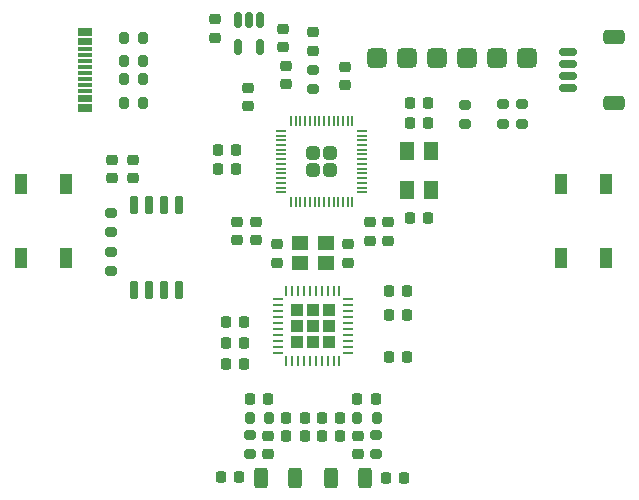
<source format=gtp>
G04 #@! TF.GenerationSoftware,KiCad,Pcbnew,7.0.1-0*
G04 #@! TF.CreationDate,2023-05-11T23:17:20+02:00*
G04 #@! TF.ProjectId,nfc_reader,6e66635f-7265-4616-9465-722e6b696361,1.0*
G04 #@! TF.SameCoordinates,PX354a940PY3072580*
G04 #@! TF.FileFunction,Paste,Top*
G04 #@! TF.FilePolarity,Positive*
%FSLAX46Y46*%
G04 Gerber Fmt 4.6, Leading zero omitted, Abs format (unit mm)*
G04 Created by KiCad (PCBNEW 7.0.1-0) date 2023-05-11 23:17:20*
%MOMM*%
%LPD*%
G01*
G04 APERTURE LIST*
G04 Aperture macros list*
%AMRoundRect*
0 Rectangle with rounded corners*
0 $1 Rounding radius*
0 $2 $3 $4 $5 $6 $7 $8 $9 X,Y pos of 4 corners*
0 Add a 4 corners polygon primitive as box body*
4,1,4,$2,$3,$4,$5,$6,$7,$8,$9,$2,$3,0*
0 Add four circle primitives for the rounded corners*
1,1,$1+$1,$2,$3*
1,1,$1+$1,$4,$5*
1,1,$1+$1,$6,$7*
1,1,$1+$1,$8,$9*
0 Add four rect primitives between the rounded corners*
20,1,$1+$1,$2,$3,$4,$5,0*
20,1,$1+$1,$4,$5,$6,$7,0*
20,1,$1+$1,$6,$7,$8,$9,0*
20,1,$1+$1,$8,$9,$2,$3,0*%
G04 Aperture macros list end*
%ADD10RoundRect,0.200000X0.275000X-0.200000X0.275000X0.200000X-0.275000X0.200000X-0.275000X-0.200000X0*%
%ADD11R,1.400000X1.200000*%
%ADD12RoundRect,0.218750X0.218750X0.256250X-0.218750X0.256250X-0.218750X-0.256250X0.218750X-0.256250X0*%
%ADD13RoundRect,0.225000X0.250000X-0.225000X0.250000X0.225000X-0.250000X0.225000X-0.250000X-0.225000X0*%
%ADD14RoundRect,0.225000X0.225000X0.250000X-0.225000X0.250000X-0.225000X-0.250000X0.225000X-0.250000X0*%
%ADD15RoundRect,0.225000X-0.250000X0.225000X-0.250000X-0.225000X0.250000X-0.225000X0.250000X0.225000X0*%
%ADD16RoundRect,0.200000X0.200000X0.275000X-0.200000X0.275000X-0.200000X-0.275000X0.200000X-0.275000X0*%
%ADD17RoundRect,0.250000X0.312500X0.625000X-0.312500X0.625000X-0.312500X-0.625000X0.312500X-0.625000X0*%
%ADD18RoundRect,0.425000X0.425000X-0.425000X0.425000X0.425000X-0.425000X0.425000X-0.425000X-0.425000X0*%
%ADD19RoundRect,0.225000X-0.225000X-0.250000X0.225000X-0.250000X0.225000X0.250000X-0.225000X0.250000X0*%
%ADD20R,1.300000X1.600000*%
%ADD21RoundRect,0.150000X0.625000X-0.150000X0.625000X0.150000X-0.625000X0.150000X-0.625000X-0.150000X0*%
%ADD22RoundRect,0.250000X0.650000X-0.350000X0.650000X0.350000X-0.650000X0.350000X-0.650000X-0.350000X0*%
%ADD23R,1.150000X0.300000*%
%ADD24RoundRect,0.200000X-0.200000X-0.275000X0.200000X-0.275000X0.200000X0.275000X-0.200000X0.275000X0*%
%ADD25R,1.000000X1.700000*%
%ADD26RoundRect,0.200000X-0.275000X0.200000X-0.275000X-0.200000X0.275000X-0.200000X0.275000X0.200000X0*%
%ADD27RoundRect,0.218750X-0.256250X0.218750X-0.256250X-0.218750X0.256250X-0.218750X0.256250X0.218750X0*%
%ADD28RoundRect,0.250000X0.315000X-0.315000X0.315000X0.315000X-0.315000X0.315000X-0.315000X-0.315000X0*%
%ADD29O,0.200000X0.875000*%
%ADD30O,0.875000X0.200000*%
%ADD31RoundRect,0.150000X-0.150000X0.512500X-0.150000X-0.512500X0.150000X-0.512500X0.150000X0.512500X0*%
%ADD32RoundRect,0.250000X-0.300000X-0.300000X0.300000X-0.300000X0.300000X0.300000X-0.300000X0.300000X0*%
%ADD33RoundRect,0.062500X-0.375000X-0.062500X0.375000X-0.062500X0.375000X0.062500X-0.375000X0.062500X0*%
%ADD34RoundRect,0.062500X-0.062500X-0.375000X0.062500X-0.375000X0.062500X0.375000X-0.062500X0.375000X0*%
%ADD35RoundRect,0.150000X0.150000X-0.650000X0.150000X0.650000X-0.150000X0.650000X-0.150000X-0.650000X0*%
%ADD36RoundRect,0.218750X-0.218750X-0.256250X0.218750X-0.256250X0.218750X0.256250X-0.218750X0.256250X0*%
%ADD37RoundRect,0.250000X-0.312500X-0.625000X0.312500X-0.625000X0.312500X0.625000X-0.312500X0.625000X0*%
G04 APERTURE END LIST*
D10*
G04 #@! TO.C,R2*
X44687500Y-17425000D03*
X44687500Y-15775000D03*
G04 #@! TD*
D11*
G04 #@! TO.C,Y2*
X28087500Y-27550000D03*
X25887500Y-27550000D03*
X25887500Y-29250000D03*
X28087500Y-29250000D03*
G04 #@! TD*
D12*
G04 #@! TO.C,L2*
X26300000Y-42300000D03*
X24725000Y-42300000D03*
G04 #@! TD*
D13*
G04 #@! TO.C,C10*
X29687500Y-14150000D03*
X29687500Y-12600000D03*
G04 #@! TD*
D14*
G04 #@! TO.C,C27*
X29287500Y-43850000D03*
X27737500Y-43850000D03*
G04 #@! TD*
D15*
G04 #@! TO.C,C8*
X22187500Y-25725000D03*
X22187500Y-27275000D03*
G04 #@! TD*
D13*
G04 #@! TO.C,C12*
X21487500Y-15950000D03*
X21487500Y-14400000D03*
G04 #@! TD*
D14*
G04 #@! TO.C,C14*
X20462500Y-21275000D03*
X18912500Y-21275000D03*
G04 #@! TD*
D13*
G04 #@! TO.C,C23*
X23987500Y-29175000D03*
X23987500Y-27625000D03*
G04 #@! TD*
D16*
G04 #@! TO.C,R3*
X32387500Y-42300000D03*
X30737500Y-42300000D03*
G04 #@! TD*
D15*
G04 #@! TO.C,C11*
X33387500Y-25775000D03*
X33387500Y-27325000D03*
G04 #@! TD*
D17*
G04 #@! TO.C,R15*
X31412500Y-47400000D03*
X28487500Y-47400000D03*
G04 #@! TD*
D13*
G04 #@! TO.C,C3*
X24487500Y-10950000D03*
X24487500Y-9400000D03*
G04 #@! TD*
D14*
G04 #@! TO.C,C28*
X26287500Y-43850000D03*
X24737500Y-43850000D03*
G04 #@! TD*
D18*
G04 #@! TO.C,J3*
X32427500Y-11850000D03*
X34967500Y-11850000D03*
X37507500Y-11850000D03*
X40047500Y-11850000D03*
X42587500Y-11850000D03*
X45127500Y-11850000D03*
G04 #@! TD*
D19*
G04 #@! TO.C,C29*
X33162500Y-47400000D03*
X34712500Y-47400000D03*
G04 #@! TD*
D15*
G04 #@! TO.C,C5*
X31787500Y-25775000D03*
X31787500Y-27325000D03*
G04 #@! TD*
D10*
G04 #@! TO.C,R1*
X43087500Y-17425000D03*
X43087500Y-15775000D03*
G04 #@! TD*
D20*
G04 #@! TO.C,Y1*
X34987500Y-19725000D03*
X34987500Y-23025000D03*
X36987500Y-23025000D03*
X36987500Y-19725000D03*
G04 #@! TD*
D15*
G04 #@! TO.C,C9*
X20587500Y-25725000D03*
X20587500Y-27275000D03*
G04 #@! TD*
D21*
G04 #@! TO.C,J2*
X48587500Y-14375000D03*
X48587500Y-13375000D03*
X48587500Y-12375000D03*
X48587500Y-11375000D03*
D22*
X52462500Y-15675000D03*
X52462500Y-10075000D03*
G04 #@! TD*
D14*
G04 #@! TO.C,C19*
X21162500Y-36000000D03*
X19612500Y-36000000D03*
G04 #@! TD*
D13*
G04 #@! TO.C,C17*
X9987500Y-22050000D03*
X9987500Y-20500000D03*
G04 #@! TD*
D16*
G04 #@! TO.C,R7*
X12612500Y-10175000D03*
X10962500Y-10175000D03*
G04 #@! TD*
G04 #@! TO.C,R8*
X12612500Y-15675000D03*
X10962500Y-15675000D03*
G04 #@! TD*
D14*
G04 #@! TO.C,C2*
X21162500Y-37750000D03*
X19612500Y-37750000D03*
G04 #@! TD*
D15*
G04 #@! TO.C,C31*
X30812500Y-43825000D03*
X30812500Y-45375000D03*
G04 #@! TD*
D14*
G04 #@! TO.C,C25*
X23212500Y-40750000D03*
X21662500Y-40750000D03*
G04 #@! TD*
D23*
G04 #@! TO.C,J1*
X7657500Y-9525000D03*
X7657500Y-10325000D03*
X7657500Y-11625000D03*
X7657500Y-12625000D03*
X7657500Y-13125000D03*
X7657500Y-14125000D03*
X7657500Y-15425000D03*
X7657500Y-16225000D03*
X7657500Y-15925000D03*
X7657500Y-15125000D03*
X7657500Y-14625000D03*
X7657500Y-13625000D03*
X7657500Y-12125000D03*
X7657500Y-11125000D03*
X7657500Y-10625000D03*
X7657500Y-9825000D03*
G04 #@! TD*
D24*
G04 #@! TO.C,R14*
X10962500Y-13675000D03*
X12612500Y-13675000D03*
G04 #@! TD*
D19*
G04 #@! TO.C,C13*
X35187501Y-15675000D03*
X36737501Y-15675000D03*
G04 #@! TD*
D25*
G04 #@! TO.C,SW7*
X2287500Y-28800000D03*
X2287500Y-22500000D03*
X6087500Y-28800000D03*
X6087500Y-22500000D03*
G04 #@! TD*
D26*
G04 #@! TO.C,R6*
X32362500Y-43775000D03*
X32362500Y-45425000D03*
G04 #@! TD*
G04 #@! TO.C,R11*
X9887500Y-24950000D03*
X9887500Y-26600000D03*
G04 #@! TD*
D27*
G04 #@! TO.C,D1*
X26987500Y-9662500D03*
X26987500Y-11237500D03*
G04 #@! TD*
D24*
G04 #@! TO.C,R13*
X10962500Y-12075000D03*
X12612500Y-12075000D03*
G04 #@! TD*
D14*
G04 #@! TO.C,C16*
X36762500Y-17375000D03*
X35212500Y-17375000D03*
G04 #@! TD*
D19*
G04 #@! TO.C,C21*
X33412500Y-33600000D03*
X34962500Y-33600000D03*
G04 #@! TD*
D28*
G04 #@! TO.C,U5*
X27037500Y-21325000D03*
X28437500Y-21325000D03*
X27037500Y-19925000D03*
X28437500Y-19925000D03*
D29*
X25137500Y-24062500D03*
X25537500Y-24062500D03*
X25937500Y-24062500D03*
X26337500Y-24062500D03*
X26737500Y-24062500D03*
X27137500Y-24062500D03*
X27537500Y-24062500D03*
X27937500Y-24062500D03*
X28337500Y-24062500D03*
X28737500Y-24062500D03*
X29137500Y-24062500D03*
X29537500Y-24062500D03*
X29937500Y-24062500D03*
X30337500Y-24062500D03*
D30*
X31175000Y-23225000D03*
X31175000Y-22825000D03*
X31175000Y-22425000D03*
X31175000Y-22025000D03*
X31175000Y-21625000D03*
X31175000Y-21225000D03*
X31175000Y-20825000D03*
X31175000Y-20425000D03*
X31175000Y-20025000D03*
X31175000Y-19625000D03*
X31175000Y-19225000D03*
X31175000Y-18825000D03*
X31175000Y-18425000D03*
X31175000Y-18025000D03*
D29*
X30337500Y-17187500D03*
X29937500Y-17187500D03*
X29537500Y-17187500D03*
X29137500Y-17187500D03*
X28737500Y-17187500D03*
X28337500Y-17187500D03*
X27937500Y-17187500D03*
X27537500Y-17187500D03*
X27137500Y-17187500D03*
X26737500Y-17187500D03*
X26337500Y-17187500D03*
X25937500Y-17187500D03*
X25537500Y-17187500D03*
X25137500Y-17187500D03*
D30*
X24300000Y-18025000D03*
X24300000Y-18425000D03*
X24300000Y-18825000D03*
X24300000Y-19225000D03*
X24300000Y-19625000D03*
X24300000Y-20025000D03*
X24300000Y-20425000D03*
X24300000Y-20825000D03*
X24300000Y-21225000D03*
X24300000Y-21625000D03*
X24300000Y-22025000D03*
X24300000Y-22425000D03*
X24300000Y-22825000D03*
X24300000Y-23225000D03*
G04 #@! TD*
D13*
G04 #@! TO.C,C18*
X11787500Y-22050000D03*
X11787500Y-20500000D03*
G04 #@! TD*
D25*
G04 #@! TO.C,SW6*
X51787500Y-22500000D03*
X51787500Y-28800000D03*
X47987500Y-22500000D03*
X47987500Y-28800000D03*
G04 #@! TD*
D31*
G04 #@! TO.C,U1*
X22537500Y-8637500D03*
X21587500Y-8637500D03*
X20637500Y-8637500D03*
X20637500Y-10912500D03*
X22537500Y-10912500D03*
G04 #@! TD*
D19*
G04 #@! TO.C,C30*
X19212500Y-47350000D03*
X20762500Y-47350000D03*
G04 #@! TD*
D32*
G04 #@! TO.C,U3*
X25617500Y-33180000D03*
X25617500Y-34550000D03*
X25617500Y-35920000D03*
X26987500Y-33180000D03*
X26987500Y-34550000D03*
X26987500Y-35920000D03*
X28357500Y-33180000D03*
X28357500Y-34550000D03*
X28357500Y-35920000D03*
D33*
X24050000Y-32300000D03*
X24050000Y-32800000D03*
X24050000Y-33300000D03*
X24050000Y-33800000D03*
X24050000Y-34300000D03*
X24050000Y-34800000D03*
X24050000Y-35300000D03*
X24050000Y-35800000D03*
X24050000Y-36300000D03*
X24050000Y-36800000D03*
D34*
X24737500Y-37487500D03*
X25237500Y-37487500D03*
X25737500Y-37487500D03*
X26237500Y-37487500D03*
X26737500Y-37487500D03*
X27237500Y-37487500D03*
X27737500Y-37487500D03*
X28237500Y-37487500D03*
X28737500Y-37487500D03*
X29237500Y-37487500D03*
D33*
X29925000Y-36800000D03*
X29925000Y-36300000D03*
X29925000Y-35800000D03*
X29925000Y-35300000D03*
X29925000Y-34800000D03*
X29925000Y-34300000D03*
X29925000Y-33800000D03*
X29925000Y-33300000D03*
X29925000Y-32800000D03*
X29925000Y-32300000D03*
D34*
X29237500Y-31612500D03*
X28737500Y-31612500D03*
X28237500Y-31612500D03*
X27737500Y-31612500D03*
X27237500Y-31612500D03*
X26737500Y-31612500D03*
X26237500Y-31612500D03*
X25737500Y-31612500D03*
X25237500Y-31612500D03*
X24737500Y-31612500D03*
G04 #@! TD*
D14*
G04 #@! TO.C,C6*
X20462500Y-19675000D03*
X18912500Y-19675000D03*
G04 #@! TD*
D13*
G04 #@! TO.C,C7*
X24687500Y-14075000D03*
X24687500Y-12525000D03*
G04 #@! TD*
D15*
G04 #@! TO.C,C24*
X29987500Y-27625000D03*
X29987500Y-29175000D03*
G04 #@! TD*
D19*
G04 #@! TO.C,C15*
X35212500Y-25375000D03*
X36762500Y-25375000D03*
G04 #@! TD*
D10*
G04 #@! TO.C,R9*
X9887500Y-29900000D03*
X9887500Y-28250000D03*
G04 #@! TD*
D26*
G04 #@! TO.C,R5*
X21662500Y-43775000D03*
X21662500Y-45425000D03*
G04 #@! TD*
D15*
G04 #@! TO.C,C32*
X23212500Y-43825000D03*
X23212500Y-45375000D03*
G04 #@! TD*
D16*
G04 #@! TO.C,R4*
X23287500Y-42300000D03*
X21637500Y-42300000D03*
G04 #@! TD*
D10*
G04 #@! TO.C,R10*
X39837500Y-17450000D03*
X39837500Y-15800000D03*
G04 #@! TD*
D35*
G04 #@! TO.C,U4*
X11832500Y-31475000D03*
X13102500Y-31475000D03*
X14372500Y-31475000D03*
X15642500Y-31475000D03*
X15642500Y-24275000D03*
X14372500Y-24275000D03*
X13102500Y-24275000D03*
X11832500Y-24275000D03*
G04 #@! TD*
D26*
G04 #@! TO.C,R12*
X26987500Y-12875000D03*
X26987500Y-14525000D03*
G04 #@! TD*
D19*
G04 #@! TO.C,C4*
X33412500Y-37200000D03*
X34962500Y-37200000D03*
G04 #@! TD*
D14*
G04 #@! TO.C,C22*
X21162500Y-34200000D03*
X19612500Y-34200000D03*
G04 #@! TD*
G04 #@! TO.C,C26*
X32312500Y-40750000D03*
X30762500Y-40750000D03*
G04 #@! TD*
D15*
G04 #@! TO.C,C1*
X18687500Y-8600000D03*
X18687500Y-10150000D03*
G04 #@! TD*
D36*
G04 #@! TO.C,L1*
X27725000Y-42300000D03*
X29300000Y-42300000D03*
G04 #@! TD*
D19*
G04 #@! TO.C,C20*
X33412500Y-31600000D03*
X34962500Y-31600000D03*
G04 #@! TD*
D37*
G04 #@! TO.C,R16*
X22562500Y-47400000D03*
X25487500Y-47400000D03*
G04 #@! TD*
M02*

</source>
